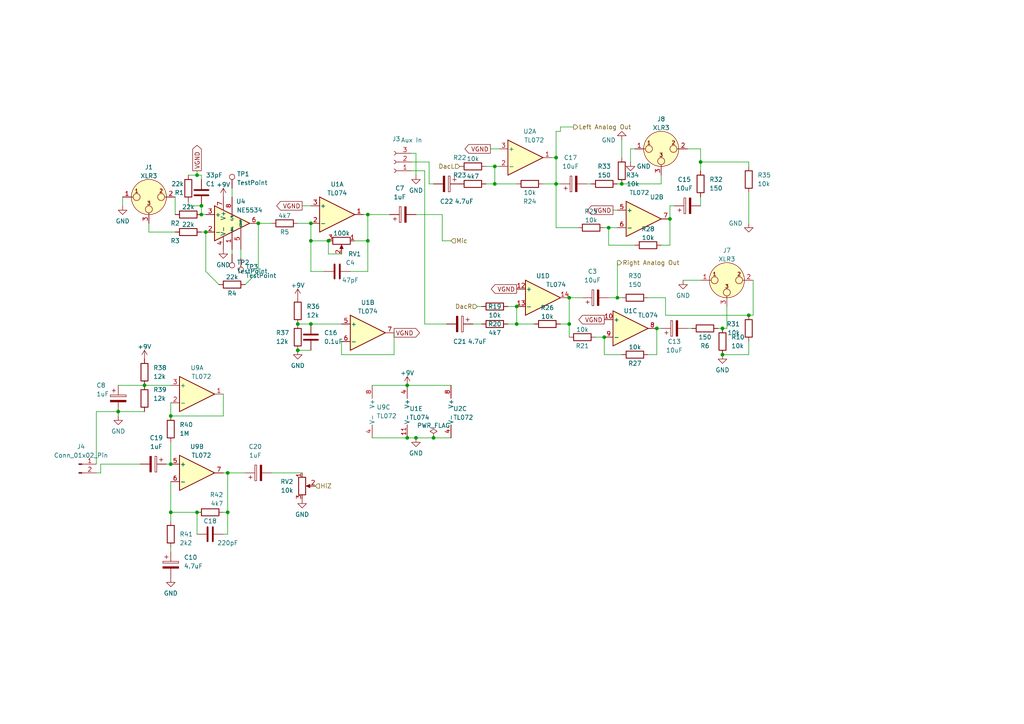
<source format=kicad_sch>
(kicad_sch (version 20230121) (generator eeschema)
  (paper "A4")
  (lib_symbols
    (symbol "Amplifier_Operational:NE5534" (pin_names (offset 0.127))
      (property "Reference" "U" (at 1.27 6.35 0))
      (property "Value" "NE5534" (at 1.27 3.81 0))
      (symbol "NE5534_0_1"
        (polyline (pts (xy -5.08 5.08) (xy 5.08 0) (xy -5.08 -5.08) (xy -5.08 5.08)) (stroke (width 0.254)) (fill (type background)))
      )
      (symbol "NE5534_1_1"
        (pin input line (at 0 -7.62 90) (length 5.08) (name "BAL") (number "1"))
        (pin input line (at -7.62 -2.54 0) (length 2.54) (name "-") (number "2"))
        (pin input line (at -7.62 2.54 0) (length 2.54) (name "+") (number "3"))
        (pin power_in line (at -2.54 -7.62 90) (length 3.81) (name "V-") (number "4"))
        (pin input line (at 2.54 -7.62 90) (length 6.35) (name "COMP") (number "5"))
        (pin output line (at 7.62 0 180) (length 2.54) (name "~") (number "6"))
        (pin power_in line (at -2.54 7.62 270) (length 3.81) (name "V+") (number "7"))
        (pin input line (at 0 7.62 270) (length 5.08) (name "C/B") (number "8"))
      )
    )
    (symbol "Amplifier_Operational:TL072" (pin_names (offset 0.127))
      (property "Reference" "U" (at 0 5.08 0))
      (property "Value" "TL072" (at 0 -5.08 0))
      (symbol "TL072_1_1"
        (polyline (pts (xy -5.08 5.08) (xy 5.08 0) (xy -5.08 -5.08) (xy -5.08 5.08)) (stroke (width 0.254)) (fill (type background)))
        (pin output line (at 7.62 0 180) (length 2.54) (name "~") (number "1"))
        (pin input line (at -7.62 -2.54 0) (length 2.54) (name "-") (number "2"))
        (pin input line (at -7.62 2.54 0) (length 2.54) (name "+") (number "3"))
      )
      (symbol "TL072_2_1"
        (polyline (pts (xy -5.08 5.08) (xy 5.08 0) (xy -5.08 -5.08) (xy -5.08 5.08)) (stroke (width 0.254)) (fill (type background)))
        (pin input line (at -7.62 2.54 0) (length 2.54) (name "+") (number "5"))
        (pin input line (at -7.62 -2.54 0) (length 2.54) (name "-") (number "6"))
        (pin output line (at 7.62 0 180) (length 2.54) (name "~") (number "7"))
      )
      (symbol "TL072_3_1"
        (pin power_in line (at -2.54 -7.62 90) (length 3.81) (name "V-") (number "4"))
        (pin power_in line (at -2.54 7.62 270) (length 3.81) (name "V+") (number "8"))
      )
    )
    (symbol "Amplifier_Operational:TL074" (pin_names (offset 0.127))
      (property "Reference" "U" (at 0 5.08 0))
      (property "Value" "TL074" (at 0 -5.08 0))
      (symbol "TL074_1_1"
        (polyline (pts (xy -5.08 5.08) (xy 5.08 0) (xy -5.08 -5.08) (xy -5.08 5.08)) (stroke (width 0.254)) (fill (type background)))
        (pin output line (at 7.62 0 180) (length 2.54) (name "~") (number "1"))
        (pin input line (at -7.62 -2.54 0) (length 2.54) (name "-") (number "2"))
        (pin input line (at -7.62 2.54 0) (length 2.54) (name "+") (number "3"))
      )
      (symbol "TL074_2_1"
        (polyline (pts (xy -5.08 5.08) (xy 5.08 0) (xy -5.08 -5.08) (xy -5.08 5.08)) (stroke (width 0.254)) (fill (type background)))
        (pin input line (at -7.62 2.54 0) (length 2.54) (name "+") (number "5"))
        (pin input line (at -7.62 -2.54 0) (length 2.54) (name "-") (number "6"))
        (pin output line (at 7.62 0 180) (length 2.54) (name "~") (number "7"))
      )
      (symbol "TL074_3_1"
        (polyline (pts (xy -5.08 5.08) (xy 5.08 0) (xy -5.08 -5.08) (xy -5.08 5.08)) (stroke (width 0.254)) (fill (type background)))
        (pin input line (at -7.62 2.54 0) (length 2.54) (name "+") (number "10"))
        (pin output line (at 7.62 0 180) (length 2.54) (name "~") (number "8"))
        (pin input line (at -7.62 -2.54 0) (length 2.54) (name "-") (number "9"))
      )
      (symbol "TL074_4_1"
        (polyline (pts (xy -5.08 5.08) (xy 5.08 0) (xy -5.08 -5.08) (xy -5.08 5.08)) (stroke (width 0.254)) (fill (type background)))
        (pin input line (at -7.62 2.54 0) (length 2.54) (name "+") (number "12"))
        (pin input line (at -7.62 -2.54 0) (length 2.54) (name "-") (number "13"))
        (pin output line (at 7.62 0 180) (length 2.54) (name "~") (number "14"))
      )
      (symbol "TL074_5_1"
        (pin power_in line (at -2.54 -7.62 90) (length 3.81) (name "V-") (number "11"))
        (pin power_in line (at -2.54 7.62 270) (length 3.81) (name "V+") (number "4"))
      )
    )
    (symbol "Connector:Conn_01x02_Pin" (pin_names (offset 1.016) hide)
      (property "Reference" "J" (at 0 2.54 0))
      (property "Value" "Conn_01x02_Pin" (at 0 -5.08 0))
      (symbol "Conn_01x02_Pin_1_1"
        (polyline (pts (xy 1.27 -2.54) (xy 0.8636 -2.54)) (stroke (width 0.1524)))
        (polyline (pts (xy 1.27 0) (xy 0.8636 0)) (stroke (width 0.1524)))
        (rectangle (start 0.8636 -2.413) (end 0 -2.667) (stroke (width 0.1524)) (fill (type outline)))
        (rectangle (start 0.8636 0.127) (end 0 -0.127) (stroke (width 0.1524)) (fill (type outline)))
        (pin passive line (at 5.08 0 180) (length 3.81) (name "Pin_1") (number "1"))
        (pin passive line (at 5.08 -2.54 180) (length 3.81) (name "Pin_2") (number "2"))
      )
    )
    (symbol "Connector:Conn_01x03_Female" (pin_names (offset 1.016) hide)
      (property "Reference" "J" (at 0 5.08 0))
      (property "Value" "Conn_01x03_Female" (at 0 -5.08 0))
      (symbol "Conn_01x03_Female_1_1"
        (arc (start 0 -2.032) (mid -0.5058 -2.54) (end 0 -3.048) (stroke (width 0.1524)))
        (polyline (pts (xy -1.27 -2.54) (xy -0.508 -2.54)) (stroke (width 0.1524)))
        (polyline (pts (xy -1.27 0) (xy -0.508 0)) (stroke (width 0.1524)))
        (polyline (pts (xy -1.27 2.54) (xy -0.508 2.54)) (stroke (width 0.1524)))
        (arc (start 0 0.508) (mid -0.5058 0) (end 0 -0.508) (stroke (width 0.1524)))
        (arc (start 0 3.048) (mid -0.5058 2.54) (end 0 2.032) (stroke (width 0.1524)))
        (pin passive line (at -5.08 2.54 0) (length 3.81) (name "Pin_1") (number "1"))
        (pin passive line (at -5.08 0 0) (length 3.81) (name "Pin_2") (number "2"))
        (pin passive line (at -5.08 -2.54 0) (length 3.81) (name "Pin_3") (number "3"))
      )
    )
    (symbol "Connector:TestPoint" (pin_numbers hide) (pin_names (offset 0.762) hide)
      (property "Reference" "TP" (at 0 6.858 0))
      (property "Value" "TestPoint" (at 0 5.08 0))
      (symbol "TestPoint_0_1"
        (circle (center 0 3.302) (radius 0.762))
      )
      (symbol "TestPoint_1_1"
        (pin passive line (at 0 0 90) (length 2.54) (name "1") (number "1"))
      )
    )
    (symbol "Connector:XLR3" (pin_names hide)
      (property "Reference" "J" (at 0 8.89 0))
      (property "Value" "XLR3" (at 0 6.35 0))
      (symbol "XLR3_0_1"
        (circle (center -3.556 0) (radius 1.016))
        (circle (center 0 -3.556) (radius 1.016))
        (polyline (pts (xy -5.08 0) (xy -4.572 0)))
        (polyline (pts (xy 0 -5.08) (xy 0 -4.572)))
        (polyline (pts (xy 5.08 0) (xy 4.572 0)))
        (circle (center 0 0) (radius 5.08) (fill (type background)))
        (circle (center 3.556 0) (radius 1.016))
        (text "1" (at -3.556 1.778 0) (effects (font (size 1.016 1.016) bold)))
        (text "2" (at 3.556 1.778 0) (effects (font (size 1.016 1.016) bold)))
        (text "3" (at 0 -1.778 0) (effects (font (size 1.016 1.016) bold)))
        (pin passive line (at -7.62 0 0) (length 2.54) (name "~") (number "1"))
        (pin passive line (at 7.62 0 180) (length 2.54) (name "~") (number "2"))
        (pin passive line (at 0 -7.62 90) (length 2.54) (name "~") (number "3"))
      )
    )
    (symbol "Device:C" (pin_numbers hide) (pin_names (offset 0.254))
      (property "Reference" "C" (at 0.635 2.54 0))
      (property "Value" "C" (at 0.635 -2.54 0))
      (symbol "C_0_1"
        (polyline (pts (xy -2.032 -0.762) (xy 2.032 -0.762)) (stroke (width 0.508)))
        (polyline (pts (xy -2.032 0.762) (xy 2.032 0.762)) (stroke (width 0.508)))
      )
      (symbol "C_1_1"
        (pin passive line (at 0 3.81 270) (length 2.794) (name "~") (number "1"))
        (pin passive line (at 0 -3.81 90) (length 2.794) (name "~") (number "2"))
      )
    )
    (symbol "Device:C_Polarized" (pin_numbers hide) (pin_names (offset 0.254))
      (property "Reference" "C" (at 0.635 2.54 0))
      (property "Value" "C_Polarized" (at 0.635 -2.54 0))
      (symbol "C_Polarized_0_1"
        (rectangle (start -2.286 0.508) (end 2.286 1.016))
        (polyline (pts (xy -1.778 2.286) (xy -0.762 2.286)))
        (polyline (pts (xy -1.27 2.794) (xy -1.27 1.778)))
        (rectangle (start 2.286 -0.508) (end -2.286 -1.016) (fill (type outline)))
      )
      (symbol "C_Polarized_1_1"
        (pin passive line (at 0 3.81 270) (length 2.794) (name "~") (number "1"))
        (pin passive line (at 0 -3.81 90) (length 2.794) (name "~") (number "2"))
      )
    )
    (symbol "Device:R" (pin_numbers hide) (pin_names (offset 0))
      (property "Reference" "R" (at 2.032 0 90))
      (property "Value" "R" (at 0 0 90))
      (symbol "R_0_1"
        (rectangle (start -1.016 -2.54) (end 1.016 2.54) (stroke (width 0.254)))
      )
      (symbol "R_1_1"
        (pin passive line (at 0 3.81 270) (length 1.27) (name "~") (number "1"))
        (pin passive line (at 0 -3.81 90) (length 1.27) (name "~") (number "2"))
      )
    )
    (symbol "Device:R_Potentiometer" (pin_names (offset 1.016) hide)
      (property "Reference" "RV" (at -4.445 0 90))
      (property "Value" "R_Potentiometer" (at -2.54 0 90))
      (symbol "R_Potentiometer_0_1"
        (polyline (pts (xy 2.54 0) (xy 1.524 0)))
        (polyline (pts (xy 1.143 0) (xy 2.286 0.508) (xy 2.286 -0.508) (xy 1.143 0)) (fill (type outline)))
        (rectangle (start 1.016 2.54) (end -1.016 -2.54) (stroke (width 0.254)))
      )
      (symbol "R_Potentiometer_1_1"
        (pin passive line (at 0 3.81 270) (length 1.27) (name "1") (number "1"))
        (pin passive line (at 3.81 0 180) (length 1.27) (name "2") (number "2"))
        (pin passive line (at 0 -3.81 90) (length 1.27) (name "3") (number "3"))
      )
    )
    (symbol "power:+9V" (power) (pin_names (offset 0))
      (property "Value" "+9V" (at 0 3.556 0))
      (symbol "+9V_0_1"
        (polyline (pts (xy -0.762 1.27) (xy 0 2.54)))
        (polyline (pts (xy 0 0) (xy 0 2.54)))
        (polyline (pts (xy 0 2.54) (xy 0.762 1.27)))
      )
      (symbol "+9V_1_1"
        (pin power_in line (at 0 0 90) (length 0) hide (name "+9V") (number "1"))
      )
    )
    (symbol "power:GND" (power) (pin_names (offset 0))
      (property "Value" "GND" (at 0 -3.81 0))
      (symbol "GND_0_1"
        (polyline (pts (xy 0 0) (xy 0 -1.27) (xy 1.27 -1.27) (xy 0 -2.54) (xy -1.27 -1.27) (xy 0 -1.27)))
      )
      (symbol "GND_1_1"
        (pin power_in line (at 0 0 270) (length 0) hide (name "GND") (number "1"))
      )
    )
    (symbol "power:PWR_FLAG" (power) (pin_numbers hide) (pin_names (offset 0) hide)
      (property "Value" "PWR_FLAG" (at 0 3.81 0))
      (symbol "PWR_FLAG_0_0"
        (pin power_out line (at 0 0 90) (length 0) (name "pwr") (number "1"))
      )
      (symbol "PWR_FLAG_0_1"
        (polyline (pts (xy 0 0) (xy 0 1.27) (xy -1.016 1.905) (xy 0 2.54) (xy 1.016 1.905) (xy 0 1.27)))
      )
    )
  )
  (junction (at 175.26 97.79))
  (junction (at 49.53 120.65))
  (junction (at 90.17 93.98))
  (junction (at 57.15 148.59))
  (junction (at 106.68 69.85))
  (junction (at 217.17 91.44))
  (junction (at 165.1 93.98))
  (junction (at 106.68 62.23))
  (junction (at 190.5 95.25))
  (junction (at 120.65 127))
  (junction (at 149.86 93.98))
  (junction (at 41.91 111.76))
  (junction (at 194.31 63.5))
  (junction (at 57.15 50.8))
  (junction (at 118.11 111.76))
  (junction (at 95.25 69.85))
  (junction (at 176.53 66.04))
  (junction (at 179.07 86.36))
  (junction (at 209.55 95.25))
  (junction (at 58.42 59.69))
  (junction (at 209.55 102.87))
  (junction (at 161.29 45.72))
  (junction (at 34.29 119.38))
  (junction (at 125.7548 127))
  (junction (at 143.51 53.34))
  (junction (at 118.11 127))
  (junction (at 149.86 88.9))
  (junction (at 58.42 62.23))
  (junction (at 161.29 53.34))
  (junction (at 203.2 46.99))
  (junction (at 66.04 148.59))
  (junction (at 143.51 48.26))
  (junction (at 74.93 64.77))
  (junction (at 165.1 86.36))
  (junction (at 90.17 69.85))
  (junction (at 86.36 101.6))
  (junction (at 90.17 64.77))
  (junction (at 49.53 134.62))
  (junction (at 86.36 93.98))
  (junction (at 180.34 53.34))
  (junction (at 49.53 148.59))
  (junction (at 59.69 67.31))
  (junction (at 66.04 137.16))
  (wire (pts (xy 137.16 93.98) (xy 139.7 93.98)))
  (wire (pts (xy 50.8 57.15) (xy 50.8 62.23)))
  (wire (pts (xy 123.19 93.98) (xy 129.54 93.98)))
  (wire (pts (xy 198.12 81.28) (xy 203.2 81.28)))
  (wire (pts (xy 66.04 148.59) (xy 66.04 137.16)))
  (wire (pts (xy 143.51 48.26) (xy 144.78 48.26)))
  (wire (pts (xy 203.2 57.15) (xy 203.2 59.69)))
  (wire (pts (xy 187.96 102.87) (xy 190.5 102.87)))
  (wire (pts (xy 161.29 45.72) (xy 161.29 38.1)))
  (wire (pts (xy 123.19 49.53) (xy 119.38 49.53)))
  (wire (pts (xy 86.36 64.77) (xy 90.17 64.77)))
  (wire (pts (xy 194.31 59.69) (xy 194.31 63.5)))
  (wire (pts (xy 128.27 62.23) (xy 128.27 69.85)))
  (wire (pts (xy 118.11 111.76) (xy 130.81 111.76)))
  (wire (pts (xy 86.36 101.6) (xy 90.17 101.6)))
  (wire (pts (xy 66.04 137.16) (xy 64.77 137.16)))
  (wire (pts (xy 217.17 46.99) (xy 203.2 46.99)))
  (wire (pts (xy 143.51 48.26) (xy 143.51 53.34)))
  (wire (pts (xy 67.31 54.61) (xy 67.31 57.15)))
  (wire (pts (xy 172.72 97.79) (xy 175.26 97.79)))
  (wire (pts (xy 193.04 91.44) (xy 217.17 91.44)))
  (wire (pts (xy 147.32 88.9) (xy 149.86 88.9)))
  (wire (pts (xy 67.31 72.39) (xy 67.31 73.66)))
  (wire (pts (xy 138.43 88.9) (xy 139.7 88.9)))
  (wire (pts (xy 27.94 119.38) (xy 34.29 119.38)))
  (wire (pts (xy 114.3 102.87) (xy 99.06 102.87)))
  (wire (pts (xy 120.65 62.23) (xy 128.27 62.23)))
  (wire (pts (xy 193.04 86.36) (xy 193.04 91.44)))
  (wire (pts (xy 57.15 148.59) (xy 57.15 154.94)))
  (wire (pts (xy 54.61 58.42) (xy 54.61 59.69)))
  (wire (pts (xy 90.17 78.74) (xy 90.17 69.85)))
  (wire (pts (xy 182.88 43.18) (xy 182.88 46.99)))
  (wire (pts (xy 49.53 128.27) (xy 49.53 134.62)))
  (wire (pts (xy 170.18 53.34) (xy 171.45 53.34)))
  (wire (pts (xy 57.15 50.8) (xy 58.42 50.8)))
  (wire (pts (xy 114.3 96.52) (xy 114.3 102.87)))
  (wire (pts (xy 217.17 55.88) (xy 217.17 64.77)))
  (wire (pts (xy 209.55 95.25) (xy 210.82 95.25)))
  (wire (pts (xy 74.93 64.77) (xy 74.93 78.74)))
  (wire (pts (xy 49.53 148.59) (xy 49.53 151.13)))
  (wire (pts (xy 140.97 53.34) (xy 143.51 53.34)))
  (wire (pts (xy 74.93 64.77) (xy 78.74 64.77)))
  (wire (pts (xy 43.18 67.31) (xy 50.8 67.31)))
  (wire (pts (xy 40.64 134.62) (xy 29.21 134.62)))
  (wire (pts (xy 124.46 53.34) (xy 124.46 46.99)))
  (wire (pts (xy 120.65 127) (xy 125.7548 127)))
  (wire (pts (xy 48.26 134.62) (xy 49.53 134.62)))
  (wire (pts (xy 157.48 53.34) (xy 161.29 53.34)))
  (wire (pts (xy 58.42 52.07) (xy 58.42 50.8)))
  (wire (pts (xy 165.1 86.36) (xy 168.91 86.36)))
  (wire (pts (xy 165.1 86.36) (xy 165.1 93.98)))
  (wire (pts (xy 119.38 46.99) (xy 124.46 46.99)))
  (wire (pts (xy 57.15 148.59) (xy 49.53 148.59)))
  (wire (pts (xy 29.21 134.62) (xy 29.21 137.16)))
  (wire (pts (xy 175.26 102.87) (xy 180.34 102.87)))
  (wire (pts (xy 149.86 88.9) (xy 149.86 93.98)))
  (wire (pts (xy 162.56 38.1) (xy 162.56 36.83)))
  (wire (pts (xy 190.5 102.87) (xy 190.5 95.25)))
  (wire (pts (xy 217.17 48.26) (xy 217.17 46.99)))
  (wire (pts (xy 54.61 59.69) (xy 58.42 59.69)))
  (wire (pts (xy 49.53 120.65) (xy 64.77 120.65)))
  (wire (pts (xy 143.51 53.34) (xy 149.86 53.34)))
  (wire (pts (xy 49.53 158.75) (xy 49.53 160.02)))
  (wire (pts (xy 175.26 66.04) (xy 176.53 66.04)))
  (wire (pts (xy 106.68 62.23) (xy 113.03 62.23)))
  (wire (pts (xy 90.17 93.98) (xy 99.06 93.98)))
  (wire (pts (xy 203.2 43.18) (xy 199.39 43.18)))
  (wire (pts (xy 29.21 137.16) (xy 27.94 137.16)))
  (wire (pts (xy 149.86 93.98) (xy 154.94 93.98)))
  (wire (pts (xy 203.2 43.18) (xy 203.2 46.99)))
  (wire (pts (xy 54.61 50.8) (xy 57.15 50.8)))
  (wire (pts (xy 161.29 45.72) (xy 161.29 53.34)))
  (wire (pts (xy 64.77 154.94) (xy 66.04 154.94)))
  (wire (pts (xy 107.95 111.76) (xy 118.11 111.76)))
  (wire (pts (xy 57.15 49.53) (xy 57.15 50.8)))
  (wire (pts (xy 161.29 38.1) (xy 162.56 38.1)))
  (wire (pts (xy 99.06 99.06) (xy 99.06 102.87)))
  (wire (pts (xy 90.17 69.85) (xy 90.17 64.77)))
  (wire (pts (xy 176.53 71.12) (xy 184.15 71.12)))
  (wire (pts (xy 107.95 127) (xy 118.11 127)))
  (wire (pts (xy 102.87 69.85) (xy 106.68 69.85)))
  (wire (pts (xy 43.18 64.77) (xy 43.18 67.31)))
  (wire (pts (xy 27.94 134.62) (xy 27.94 119.38)))
  (wire (pts (xy 120.65 50.8) (xy 120.65 44.45)))
  (wire (pts (xy 187.96 86.36) (xy 193.04 86.36)))
  (wire (pts (xy 160.02 45.72) (xy 161.29 45.72)))
  (wire (pts (xy 194.31 63.5) (xy 194.31 71.12)))
  (wire (pts (xy 49.53 116.84) (xy 49.53 120.65)))
  (wire (pts (xy 176.53 66.04) (xy 176.53 71.12)))
  (wire (pts (xy 120.65 44.45) (xy 119.38 44.45)))
  (wire (pts (xy 34.29 119.38) (xy 34.29 120.65)))
  (wire (pts (xy 179.07 53.34) (xy 180.34 53.34)))
  (wire (pts (xy 87.63 59.69) (xy 90.17 59.69)))
  (wire (pts (xy 190.5 95.25) (xy 191.77 95.25)))
  (wire (pts (xy 49.53 148.59) (xy 49.53 139.7)))
  (wire (pts (xy 162.56 36.83) (xy 166.37 36.83)))
  (wire (pts (xy 140.97 48.26) (xy 143.51 48.26)))
  (wire (pts (xy 64.77 148.59) (xy 66.04 148.59)))
  (wire (pts (xy 182.88 43.18) (xy 184.15 43.18)))
  (wire (pts (xy 195.58 59.69) (xy 194.31 59.69)))
  (wire (pts (xy 210.82 95.25) (xy 210.82 88.9)))
  (wire (pts (xy 58.42 59.69) (xy 58.42 62.23)))
  (wire (pts (xy 162.56 93.98) (xy 165.1 93.98)))
  (wire (pts (xy 34.29 111.76) (xy 41.91 111.76)))
  (wire (pts (xy 63.5 82.55) (xy 59.69 78.74)))
  (wire (pts (xy 191.77 53.34) (xy 191.77 50.8)))
  (wire (pts (xy 217.17 99.06) (xy 217.17 102.87)))
  (wire (pts (xy 161.29 66.04) (xy 167.64 66.04)))
  (wire (pts (xy 90.17 78.74) (xy 93.98 78.74)))
  (wire (pts (xy 118.11 127) (xy 120.65 127)))
  (wire (pts (xy 41.91 111.76) (xy 49.53 111.76)))
  (wire (pts (xy 161.29 53.34) (xy 161.29 66.04)))
  (wire (pts (xy 208.28 95.25) (xy 209.55 95.25)))
  (wire (pts (xy 58.42 67.31) (xy 59.69 67.31)))
  (wire (pts (xy 106.68 62.23) (xy 105.41 62.23)))
  (wire (pts (xy 176.53 86.36) (xy 179.07 86.36)))
  (wire (pts (xy 71.12 82.55) (xy 74.93 78.74)))
  (wire (pts (xy 95.25 69.85) (xy 90.17 69.85)))
  (wire (pts (xy 59.69 67.31) (xy 59.69 78.74)))
  (wire (pts (xy 124.46 53.34) (xy 125.73 53.34)))
  (wire (pts (xy 106.68 78.74) (xy 106.68 69.85)))
  (wire (pts (xy 180.34 40.64) (xy 180.34 45.72)))
  (wire (pts (xy 179.07 86.36) (xy 180.34 86.36)))
  (wire (pts (xy 125.7548 127) (xy 130.81 127)))
  (wire (pts (xy 203.2 46.99) (xy 203.2 49.53)))
  (wire (pts (xy 66.04 154.94) (xy 66.04 148.59)))
  (wire (pts (xy 217.17 91.44) (xy 218.44 91.44)))
  (wire (pts (xy 106.68 69.85) (xy 106.68 62.23)))
  (wire (pts (xy 58.42 62.23) (xy 59.69 62.23)))
  (wire (pts (xy 123.19 49.53) (xy 123.19 93.98)))
  (wire (pts (xy 64.77 120.65) (xy 64.77 114.3)))
  (wire (pts (xy 71.12 137.16) (xy 66.04 137.16)))
  (wire (pts (xy 101.6 78.74) (xy 106.68 78.74)))
  (wire (pts (xy 179.07 66.04) (xy 176.53 66.04)))
  (wire (pts (xy 69.85 72.39) (xy 69.85 74.93)))
  (wire (pts (xy 179.07 76.2) (xy 179.07 86.36)))
  (wire (pts (xy 35.56 57.15) (xy 35.56 59.69)))
  (wire (pts (xy 86.36 93.98) (xy 90.17 93.98)))
  (wire (pts (xy 147.32 93.98) (xy 149.86 93.98)))
  (wire (pts (xy 217.17 102.87) (xy 209.55 102.87)))
  (wire (pts (xy 165.1 97.79) (xy 165.1 93.98)))
  (wire (pts (xy 87.63 137.16) (xy 78.74 137.16)))
  (wire (pts (xy 34.29 119.38) (xy 41.91 119.38)))
  (wire (pts (xy 180.34 53.34) (xy 191.77 53.34)))
  (wire (pts (xy 199.39 95.25) (xy 200.66 95.25)))
  (wire (pts (xy 95.25 73.66) (xy 95.25 69.85)))
  (wire (pts (xy 218.44 91.44) (xy 218.44 81.28)))
  (wire (pts (xy 177.8 60.96) (xy 179.07 60.96)))
  (wire (pts (xy 175.26 97.79) (xy 175.26 102.87)))
  (wire (pts (xy 194.31 71.12) (xy 191.77 71.12)))
  (wire (pts (xy 161.29 53.34) (xy 162.56 53.34)))
  (wire (pts (xy 99.06 73.66) (xy 95.25 73.66)))
  (wire (pts (xy 128.27 69.85) (xy 130.81 69.85)))
  (wire (pts (xy 142.24 43.18) (xy 144.78 43.18)))
  (global_label "VGND" (shape output) (at 57.15 49.53 90) (property "Intersheetrefs" "${INTERSHEET_REFS}" (effects hide)))
  (global_label "VGND" (shape output) (at 87.63 59.69 180) (property "Intersheetrefs" "${INTERSHEET_REFS}" (effects hide)))
  (global_label "VGND" (shape output) (at 114.3 96.52 0) (property "Intersheetrefs" "${INTERSHEET_REFS}" (effects hide)))
  (global_label "VGND" (shape output) (at 149.86 83.82 180) (property "Intersheetrefs" "${INTERSHEET_REFS}" (effects hide)))
  (global_label "VGND" (shape output) (at 175.26 92.71 180) (property "Intersheetrefs" "${INTERSHEET_REFS}" (effects hide)))
  (global_label "VGND" (shape output) (at 177.8 60.96 180) (property "Intersheetrefs" "${INTERSHEET_REFS}" (effects hide)))
  (global_label "VGND" (shape output) (at 142.24 43.18 180) (property "Intersheetrefs" "${INTERSHEET_REFS}" (effects hide)))
  (hierarchical_label "DacR" (shape input) (at 138.43 88.9 180))
  (hierarchical_label "Mic" (shape input) (at 130.81 69.85 0))
  (hierarchical_label "DacL" (shape input) (at 133.35 48.26 180))
  (hierarchical_label "Right Analog Out" (shape output) (at 179.07 76.2 0))
  (hierarchical_label "Left Analog Out" (shape output) (at 166.37 36.83 0))
  (hierarchical_label "HiZ" (shape input) (at 91.44 140.97 0))
  (symbol (lib_id "Device:R") (at 184.15 102.87 90) (unit 1)
    (property "Reference" "R27" (at 184.15 105.41 90))
    (property "Value" "10k" (at 184.15 100.6911 90))
    (property "Footprint" "Resistor_SMD:R_0603_1608Metric_Pad0.98x0.95mm_HandSolder" (effects hide))
  )
  (symbol (lib_id "Amplifier_Operational:NE5534") (at 67.31 64.77 0) (unit 1)
    (property "Reference" "U4" (at 69.85 58.42 0))
    (property "Value" "NE5534" (at 72.39 60.96 0))
    (property "Footprint" "Package_SO:SOIC-8_3.9x4.9mm_P1.27mm" (effects hide))
    (property "Datasheet" "http://www.ti.com/lit/ds/symlink/ne5534.pdf" (effects hide))
  )
  (symbol (lib_id "power:+9V") (at 118.11 111.76 0) (unit 1)
    (property "Reference" "#PWR02" (effects hide))
    (property "Value" "+9V" (at 118.11 108.1842 0))
  )
  (symbol (lib_id "power:GND") (at 34.29 120.65 0) (unit 1)
    (property "Reference" "#PWR0104" (effects hide))
    (property "Value" "GND" (at 34.29 125.0934 0))
    (instances (project "mic_extension_board" (path "" (reference "#PWR0104") (unit 1)) (path "" (reference "#PWR013") (unit 1))))
  )
  (symbol (lib_id "Device:R") (at 143.51 93.98 90) (unit 1)
    (property "Reference" "R20" (at 143.51 93.98 90))
    (property "Value" "4k7" (at 143.51 96.52 90))
    (property "Footprint" "Resistor_SMD:R_0603_1608Metric_Pad0.98x0.95mm_HandSolder" (effects hide))
  )
  (symbol (lib_id "Device:C") (at 90.17 97.79 0) (unit 1)
    (property "Reference" "C16" (at 93.98 96.52 0) (effects (justify left)))
    (property "Value" "0.1uF" (at 93.98 99.06 0) (effects (justify left)))
    (property "Footprint" "Capacitor_SMD:C_1210_3225Metric_Pad1.33x2.70mm_HandSolder" (effects hide))
  )
  (symbol (lib_id "Device:C_Polarized") (at 195.58 95.25 90) (unit 1)
    (property "Reference" "C13" (at 195.58 99.06 90))
    (property "Value" "10uF" (at 195.58 101.6 90))
    (property "Footprint" "Capacitor_SMD:CP_Elec_4x4.5" (effects hide))
  )
  (symbol (lib_id "power:GND") (at 198.12 81.28 0) (unit 1)
    (property "Reference" "#PWR0108" (effects hide))
    (property "Value" "GND" (at 198.12 85.7234 0))
    (instances (project "mic_extension_board" (path "" (reference "#PWR0108") (unit 1)) (path "" (reference "#PWR025") (unit 1))))
  )
  (symbol (lib_id "Connector:TestPoint") (at 67.31 73.66 180) (unit 1)
    (property "Reference" "TP2" (at 68.707 76.1273 0) (effects (justify right)))
    (property "Value" "TestPoint" (at 68.707 78.6642 0) (effects (justify right)))
    (property "Footprint" "TestPoint:TestPoint_Pad_D1.5mm" (effects hide))
  )
  (symbol (lib_id "Device:R") (at 54.61 62.23 90) (unit 1)
    (property "Reference" "R2" (at 50.8 64.77 90))
    (property "Value" "22k" (at 54.61 60.0511 90))
    (property "Footprint" "Resistor_SMD:R_0603_1608Metric_Pad0.98x0.95mm_HandSolder" (effects hide))
  )
  (symbol (lib_id "Connector:XLR3") (at 43.18 57.15 0) (unit 1)
    (property "Reference" "J1" (at 43.18 48.4972 0))
    (property "Value" "XLR3" (at 43.18 51.0341 0))
    (property "Footprint" "Connector_PinHeader_2.54mm:PinHeader_1x03_P2.54mm_Vertical" (effects hide))
    (property "Datasheet" " ~" (effects hide))
  )
  (symbol (lib_id "power:GND") (at 64.77 72.39 0) (unit 1)
    (property "Reference" "#PWR01" (effects hide))
    (property "Value" "GND" (at 64.77 76.8334 0))
    (instances (project "mic_extension_board" (path "" (reference "#PWR01") (unit 1)) (path "" (reference "#PWR012") (unit 1))))
  )
  (symbol (lib_id "Connector:XLR3") (at 191.77 43.18 0) (unit 1)
    (property "Reference" "J8" (at 191.77 34.5272 0))
    (property "Value" "XLR3" (at 191.77 37.0641 0))
    (property "Footprint" "Connector_PinHeader_2.54mm:PinHeader_1x03_P2.54mm_Vertical" (effects hide))
    (property "Datasheet" " ~" (effects hide))
  )
  (symbol (lib_id "Amplifier_Operational:TL072") (at 110.49 119.38 0) (unit 3)
    (property "Reference" "U9" (at 109.22 118.11 0) (effects (justify left)))
    (property "Value" "TL072" (at 109.22 120.65 0) (effects (justify left)))
    (property "Footprint" "Package_SO:SOIC-8_3.9x4.9mm_P1.27mm" (effects hide))
    (property "Datasheet" "http://www.ti.com/lit/ds/symlink/tl071.pdf" (effects hide))
  )
  (symbol (lib_id "Device:C_Polarized") (at 133.35 93.98 270) (unit 1)
    (property "Reference" "C21" (at 133.35 99.06 90))
    (property "Value" "4.7uF" (at 138.43 99.06 90))
    (property "Footprint" "Capacitor_SMD:CP_Elec_4x4.5" (effects hide))
  )
  (symbol (lib_id "Device:R") (at 67.31 82.55 90) (unit 1)
    (property "Reference" "R4" (at 67.31 85.09 90))
    (property "Value" "22k" (at 67.31 80.3711 90))
    (property "Footprint" "Resistor_SMD:R_0603_1608Metric_Pad0.98x0.95mm_HandSolder" (effects hide))
  )
  (symbol (lib_id "Device:R") (at 209.55 99.06 0) (unit 1)
    (property "Reference" "R10" (at 212.09 97.79 0) (effects (justify left)))
    (property "Value" "10k" (at 212.09 100.33 0) (effects (justify left)))
    (property "Footprint" "Resistor_SMD:R_0603_1608Metric_Pad0.98x0.95mm_HandSolder" (effects hide))
  )
  (symbol (lib_id "Device:C_Polarized") (at 116.84 62.23 90) (unit 1)
    (property "Reference" "C7" (at 115.951 54.61 90))
    (property "Value" "1uF" (at 115.951 57.15 90))
    (property "Footprint" "Capacitor_SMD:CP_Elec_4x4.5" (effects hide))
  )
  (symbol (lib_id "power:GND") (at 182.88 46.99 0) (unit 1)
    (property "Reference" "#PWR0109" (effects hide))
    (property "Value" "GND" (at 186.69 48.26 0))
    (instances (project "mic_extension_board" (path "" (reference "#PWR0109") (unit 1)) (path "" (reference "#PWR022") (unit 1))))
  )
  (symbol (lib_id "Amplifier_Operational:TL072") (at 152.4 45.72 0) (unit 1)
    (property "Reference" "U2" (at 153.67 38.1 0))
    (property "Value" "TL072" (at 154.94 40.64 0))
    (property "Footprint" "Package_SO:SOIC-8_3.9x4.9mm_P1.27mm" (effects hide))
    (property "Datasheet" "http://www.ti.com/lit/ds/symlink/tl071.pdf" (effects hide))
  )
  (symbol (lib_id "Amplifier_Operational:TL072") (at 57.15 137.16 0) (unit 2)
    (property "Reference" "U9" (at 57.15 129.54 0))
    (property "Value" "TL072" (at 58.42 132.08 0))
    (property "Footprint" "Package_SO:SOIC-8_3.9x4.9mm_P1.27mm" (effects hide))
    (property "Datasheet" "http://www.ti.com/lit/ds/symlink/tl071.pdf" (effects hide))
  )
  (symbol (lib_id "power:+9V") (at 41.91 104.14 0) (unit 1)
    (property "Reference" "#PWR02" (effects hide))
    (property "Value" "+9V" (at 41.91 100.5642 0))
    (instances (project "mic_extension_board" (path "" (reference "#PWR02") (unit 1)) (path "" (reference "#PWR019") (unit 1))))
  )
  (symbol (lib_id "power:GND") (at 217.17 64.77 0) (unit 1)
    (property "Reference" "#PWR0107" (effects hide))
    (property "Value" "GND" (at 213.36 64.77 0))
    (instances (project "mic_extension_board" (path "" (reference "#PWR0107") (unit 1)) (path "" (reference "#PWR028") (unit 1))))
  )
  (symbol (lib_id "power:GND") (at 86.36 101.6 0) (unit 1)
    (property "Reference" "#PWR0104" (effects hide))
    (property "Value" "GND" (at 86.36 106.0434 0))
    (instances (project "mic_extension_board" (path "" (reference "#PWR0104") (unit 1)) (path "" (reference "#PWR014") (unit 1))))
  )
  (symbol (lib_id "Device:R") (at 137.16 48.26 90) (unit 1)
    (property "Reference" "R22" (at 133.35 45.72 90))
    (property "Value" "10k" (at 137.16 46.0811 90))
    (property "Footprint" "Resistor_SMD:R_0603_1608Metric_Pad0.98x0.95mm_HandSolder" (effects hide))
  )
  (symbol (lib_id "Device:R") (at 82.55 64.77 270) (unit 1)
    (property "Reference" "R5" (at 82.55 67.31 90))
    (property "Value" "4k7" (at 82.55 62.5911 90))
    (property "Footprint" "Resistor_SMD:R_0603_1608Metric_Pad0.98x0.95mm_HandSolder" (effects hide))
  )
  (symbol (lib_id "Amplifier_Operational:TL072") (at 57.15 114.3 0) (unit 1)
    (property "Reference" "U9" (at 57.15 106.68 0))
    (property "Value" "TL072" (at 58.42 109.22 0))
    (property "Footprint" "Package_SO:SOIC-8_3.9x4.9mm_P1.27mm" (effects hide))
    (property "Datasheet" "http://www.ti.com/lit/ds/symlink/tl071.pdf" (effects hide))
  )
  (symbol (lib_id "Device:R") (at 217.17 52.07 0) (unit 1)
    (property "Reference" "R35" (at 219.71 50.8 0) (effects (justify left)))
    (property "Value" "10k" (at 219.71 53.34 0) (effects (justify left)))
    (property "Footprint" "Resistor_SMD:R_0603_1608Metric_Pad0.98x0.95mm_HandSolder" (effects hide))
  )
  (symbol (lib_id "Device:R_Potentiometer") (at 87.63 140.97 0) (unit 1)
    (property "Reference" "RV2" (at 85.09 139.7 0) (effects (justify right)))
    (property "Value" "10k" (at 85.09 142.24 0) (effects (justify right)))
    (property "Footprint" "Connector_PinHeader_2.54mm:PinHeader_1x03_P2.54mm_Vertical" (effects hide))
  )
  (symbol (lib_id "Device:R") (at 203.2 53.34 0) (unit 1)
    (property "Reference" "R32" (at 205.74 52.07 0) (effects (justify left)))
    (property "Value" "150" (at 205.74 54.61 0) (effects (justify left)))
    (property "Footprint" "Resistor_SMD:R_0603_1608Metric_Pad0.98x0.95mm_HandSolder" (effects hide))
  )
  (symbol (lib_id "Device:R") (at 41.91 107.95 0) (unit 1)
    (property "Reference" "R38" (at 44.45 106.68 0) (effects (justify left)))
    (property "Value" "12k" (at 44.45 109.22 0) (effects (justify left)))
    (property "Footprint" "Resistor_SMD:R_0603_1608Metric_Pad0.98x0.95mm_HandSolder" (effects hide))
  )
  (symbol (lib_id "Device:R") (at 49.53 154.94 0) (unit 1)
    (property "Reference" "R41" (at 52.07 154.94 0) (effects (justify left)))
    (property "Value" "2k2" (at 52.07 157.48 0) (effects (justify left)))
    (property "Footprint" "Resistor_SMD:R_0603_1608Metric_Pad0.98x0.95mm_HandSolder" (effects hide))
  )
  (symbol (lib_id "Connector:TestPoint") (at 67.31 54.61 0) (unit 1)
    (property "Reference" "TP1" (at 68.707 50.4733 0) (effects (justify left)))
    (property "Value" "TestPoint" (at 68.707 53.0102 0) (effects (justify left)))
    (property "Footprint" "TestPoint:TestPoint_Pad_D1.5mm" (effects hide))
  )
  (symbol (lib_id "Device:C_Polarized") (at 49.53 163.83 0) (unit 1)
    (property "Reference" "C10" (at 53.34 161.671 0) (effects (justify left)))
    (property "Value" "4.7uF" (at 53.34 164.211 0) (effects (justify left)))
    (property "Footprint" "Capacitor_SMD:CP_Elec_4x4.5" (effects hide))
  )
  (symbol (lib_id "Device:R") (at 49.53 124.46 0) (unit 1)
    (property "Reference" "R40" (at 52.07 123.19 0) (effects (justify left)))
    (property "Value" "1M" (at 52.07 125.73 0) (effects (justify left)))
    (property "Footprint" "Resistor_SMD:R_0603_1608Metric_Pad0.98x0.95mm_HandSolder" (effects hide))
  )
  (symbol (lib_id "Device:R") (at 204.47 95.25 270) (unit 1)
    (property "Reference" "R6" (at 204.47 100.33 90))
    (property "Value" "150" (at 204.47 97.79 90))
    (property "Footprint" "Resistor_SMD:R_0603_1608Metric_Pad0.98x0.95mm_HandSolder" (effects hide))
  )
  (symbol (lib_id "Device:R") (at 86.36 90.17 0) (unit 1)
    (property "Reference" "R36" (at 88.9 88.9 0) (effects (justify left)))
    (property "Value" "12k" (at 88.9 91.44 0) (effects (justify left)))
    (property "Footprint" "Resistor_SMD:R_0603_1608Metric_Pad0.98x0.95mm_HandSolder" (effects hide))
  )
  (symbol (lib_id "Device:R") (at 217.17 95.25 0) (mirror y) (unit 1)
    (property "Reference" "R31" (at 214.63 93.98 0) (effects (justify left)))
    (property "Value" "10k" (at 214.63 96.52 0) (effects (justify left)))
    (property "Footprint" "Resistor_SMD:R_0603_1608Metric_Pad0.98x0.95mm_HandSolder" (effects hide))
  )
  (symbol (lib_id "Amplifier_Operational:TL072") (at 186.69 63.5 0) (unit 2)
    (property "Reference" "U2" (at 190.5 57.1531 0))
    (property "Value" "TL072" (at 185.42 55.88 0))
    (property "Footprint" "Package_SO:SOIC-8_3.9x4.9mm_P1.27mm" (effects hide))
    (property "Datasheet" "http://www.ti.com/lit/ds/symlink/tl071.pdf" (effects hide))
  )
  (symbol (lib_id "Device:C") (at 97.79 78.74 90) (unit 1)
    (property "Reference" "C4" (at 101.6 76.2 90))
    (property "Value" "47pF" (at 101.6 81.28 90))
    (property "Footprint" "Capacitor_SMD:C_0603_1608Metric_Pad1.08x0.95mm_HandSolder" (effects hide))
  )
  (symbol (lib_id "Amplifier_Operational:TL074") (at 106.68 96.52 0) (unit 2)
    (property "Reference" "U1" (at 106.68 87.7402 0))
    (property "Value" "TL074" (at 106.68 90.2771 0))
    (property "Footprint" "Package_SO:SOIC-14_3.9x8.7mm_P1.27mm" (effects hide))
    (property "Datasheet" "http://www.ti.com/lit/ds/symlink/tl071.pdf" (effects hide))
  )
  (symbol (lib_id "Amplifier_Operational:TL074") (at 182.88 95.25 0) (unit 3)
    (property "Reference" "U1" (at 182.88 90.17 0))
    (property "Value" "TL074" (at 187.96 91.44 0))
    (property "Footprint" "Package_SO:SOIC-14_3.9x8.7mm_P1.27mm" (effects hide))
    (property "Datasheet" "http://www.ti.com/lit/ds/symlink/tl071.pdf" (effects hide))
  )
  (symbol (lib_id "power:GND") (at 87.63 144.78 0) (unit 1)
    (property "Reference" "#PWR0104" (effects hide))
    (property "Value" "GND" (at 87.63 149.2234 0))
    (instances (project "mic_extension_board" (path "" (reference "#PWR0104") (unit 1)) (path "" (reference "#PWR021") (unit 1))))
  )
  (symbol (lib_id "Device:C_Polarized") (at 129.54 53.34 270) (unit 1)
    (property "Reference" "C22" (at 129.54 58.42 90))
    (property "Value" "4.7uF" (at 134.62 58.42 90))
    (property "Footprint" "Capacitor_SMD:CP_Elec_4x4.5" (effects hide))
  )
  (symbol (lib_id "Device:R") (at 184.15 86.36 90) (unit 1)
    (property "Reference" "R30" (at 184.15 80.01 90))
    (property "Value" "150" (at 184.15 82.55 90))
    (property "Footprint" "Resistor_SMD:R_0603_1608Metric_Pad0.98x0.95mm_HandSolder" (effects hide))
  )
  (symbol (lib_id "Device:R") (at 180.34 49.53 180) (unit 1)
    (property "Reference" "R34" (at 185.42 50.8 0) (effects (justify left)))
    (property "Value" "10k" (at 185.42 53.34 0) (effects (justify left)))
    (property "Footprint" "Resistor_SMD:R_0603_1608Metric_Pad0.98x0.95mm_HandSolder" (effects hide))
  )
  (symbol (lib_id "Connector:XLR3") (at 210.82 81.28 0) (unit 1)
    (property "Reference" "J7" (at 210.82 72.6272 0))
    (property "Value" "XLR3" (at 210.82 75.1641 0))
    (property "Footprint" "Connector_PinHeader_2.54mm:PinHeader_1x03_P2.54mm_Vertical" (effects hide))
    (property "Datasheet" " ~" (effects hide))
  )
  (symbol (lib_id "Device:C_Polarized") (at 172.72 86.36 90) (unit 1)
    (property "Reference" "C3" (at 171.831 78.74 90))
    (property "Value" "10uF" (at 171.831 81.28 90))
    (property "Footprint" "Capacitor_SMD:CP_Elec_4x4.5" (effects hide))
  )
  (symbol (lib_id "Device:C") (at 58.42 55.88 0) (unit 1)
    (property "Reference" "C1" (at 59.69 53.34 0) (effects (justify left)))
    (property "Value" "33pF" (at 59.69 50.8 0) (effects (justify left)))
    (property "Footprint" "Capacitor_SMD:C_0603_1608Metric_Pad1.08x0.95mm_HandSolder" (effects hide))
  )
  (symbol (lib_id "Device:C_Polarized") (at 74.93 137.16 90) (unit 1)
    (property "Reference" "C20" (at 74.041 129.54 90))
    (property "Value" "1uF" (at 74.041 132.08 90))
    (property "Footprint" "Capacitor_SMD:CP_Elec_4x4.5" (effects hide))
  )
  (symbol (lib_id "Device:C_Polarized") (at 34.29 115.57 0) (unit 1)
    (property "Reference" "C8" (at 27.94 111.76 0) (effects (justify left)))
    (property "Value" "1uF" (at 27.94 114.3 0) (effects (justify left)))
    (property "Footprint" "Capacitor_SMD:CP_Elec_4x4.5" (effects hide))
  )
  (symbol (lib_id "Amplifier_Operational:TL074") (at 120.65 119.38 0) (unit 5)
    (property "Reference" "U1" (at 118.745 118.5453 0) (effects (justify left)))
    (property "Value" "TL074" (at 118.745 121.0822 0) (effects (justify left)))
    (property "Footprint" "Package_SO:SOIC-14_3.9x8.7mm_P1.27mm" (effects hide))
    (property "Datasheet" "http://www.ti.com/lit/ds/symlink/tl071.pdf" (effects hide))
  )
  (symbol (lib_id "power:+9V") (at 64.77 57.15 0) (unit 1)
    (property "Reference" "#PWR06" (effects hide))
    (property "Value" "+9V" (at 64.77 53.5742 0))
    (instances (project "mic_extension_board" (path "" (reference "#PWR06") (unit 1)) (path "" (reference "#PWR011") (unit 1))))
  )
  (symbol (lib_id "power:GND") (at 35.56 59.69 0) (unit 1)
    (property "Reference" "#PWR01" (effects hide))
    (property "Value" "GND" (at 35.56 64.1334 0))
  )
  (symbol (lib_id "Device:R") (at 60.96 148.59 90) (unit 1)
    (property "Reference" "R42" (at 64.77 143.51 90) (effects (justify left)))
    (property "Value" "4k7" (at 64.77 146.05 90) (effects (justify left)))
    (property "Footprint" "Resistor_SMD:R_0603_1608Metric_Pad0.98x0.95mm_HandSolder" (effects hide))
  )
  (symbol (lib_id "Device:C_Polarized") (at 44.45 134.62 270) (unit 1)
    (property "Reference" "C19" (at 45.339 127 90))
    (property "Value" "1uF" (at 45.339 129.54 90))
    (property "Footprint" "Capacitor_SMD:CP_Elec_4x4.5" (effects hide))
  )
  (symbol (lib_id "power:GND") (at 120.65 50.8 0) (unit 1)
    (property "Reference" "#PWR015" (effects hide))
    (property "Value" "GND" (at 120.65 55.2434 0))
  )
  (symbol (lib_id "Amplifier_Operational:TL072") (at 133.35 119.38 0) (unit 3)
    (property "Reference" "U2" (at 131.445 118.5453 0) (effects (justify left)))
    (property "Value" "TL072" (at 131.445 121.0822 0) (effects (justify left)))
    (property "Footprint" "Package_SO:SOIC-8_3.9x4.9mm_P1.27mm" (effects hide))
    (property "Datasheet" "http://www.ti.com/lit/ds/symlink/tl071.pdf" (effects hide))
  )
  (symbol (lib_id "power:PWR_FLAG") (at 125.7548 127 0) (unit 1)
    (property "Reference" "#FLG0102" (effects hide))
    (property "Value" "PWR_FLAG" (at 125.7548 123.4242 0))
    (instances (project "mic_extension_board" (path "" (reference "#FLG0102") (unit 1)) (path "" (reference "#FLG01") (unit 1))))
  )
  (symbol (lib_id "Device:C") (at 60.96 154.94 90) (unit 1)
    (property "Reference" "C18" (at 60.96 151.13 90))
    (property "Value" "220pF" (at 66.04 157.48 90))
    (property "Footprint" "Capacitor_SMD:C_0603_1608Metric_Pad1.08x0.95mm_HandSolder" (effects hide))
  )
  (symbol (lib_id "Device:C_Polarized") (at 199.39 59.69 90) (unit 1)
    (property "Reference" "C15" (at 198.501 52.07 90))
    (property "Value" "10uF" (at 198.501 54.61 90))
    (property "Footprint" "Capacitor_SMD:CP_Elec_4x4.5" (effects hide))
  )
  (symbol (lib_id "Device:R") (at 175.26 53.34 90) (unit 1)
    (property "Reference" "R33" (at 175.26 48.26 90))
    (property "Value" "150" (at 175.26 50.8 90))
    (property "Footprint" "Resistor_SMD:R_0603_1608Metric_Pad0.98x0.95mm_HandSolder" (effects hide))
  )
  (symbol (lib_id "Device:C_Polarized") (at 166.37 53.34 90) (unit 1)
    (property "Reference" "C17" (at 165.481 45.72 90))
    (property "Value" "10uF" (at 165.481 48.26 90))
    (property "Footprint" "Capacitor_SMD:CP_Elec_4x4.5" (effects hide))
  )
  (symbol (lib_id "power:GND") (at 180.34 40.64 180) (unit 1)
    (property "Reference" "#PWR0107" (effects hide))
    (property "Value" "GND" (at 176.53 40.64 0))
    (instances (project "mic_extension_board" (path "" (reference "#PWR0107") (unit 1)) (path "" (reference "#PWR023") (unit 1))))
  )
  (symbol (lib_id "Device:R") (at 171.45 66.04 90) (unit 1)
    (property "Reference" "R25" (at 171.45 61.3242 90))
    (property "Value" "10k" (at 171.45 63.8611 90))
    (property "Footprint" "Resistor_SMD:R_0603_1608Metric_Pad0.98x0.95mm_HandSolder" (effects hide))
  )
  (symbol (lib_id "Device:R") (at 143.51 88.9 90) (unit 1)
    (property "Reference" "R19" (at 143.51 88.9 90))
    (property "Value" "10k" (at 143.51 91.44 90))
    (property "Footprint" "Resistor_SMD:R_0603_1608Metric_Pad0.98x0.95mm_HandSolder" (effects hide))
  )
  (symbol (lib_id "Device:R") (at 41.91 115.57 0) (unit 1)
    (property "Reference" "R39" (at 44.45 113.03 0) (effects (justify left)))
    (property "Value" "12k" (at 44.45 115.57 0) (effects (justify left)))
    (property "Footprint" "Resistor_SMD:R_0603_1608Metric_Pad0.98x0.95mm_HandSolder" (effects hide))
  )
  (symbol (lib_id "Device:R") (at 54.61 54.61 0) (unit 1)
    (property "Reference" "R1" (at 53.34 55.88 0) (effects (justify right)))
    (property "Value" "22k" (at 53.34 53.34 0) (effects (justify right)))
    (property "Footprint" "Resistor_SMD:R_0603_1608Metric_Pad0.98x0.95mm_HandSolder" (effects hide))
  )
  (symbol (lib_id "Device:R") (at 137.16 53.34 90) (unit 1)
    (property "Reference" "R23" (at 133.35 50.8 90))
    (property "Value" "4k7" (at 137.16 51.1611 90))
    (property "Footprint" "Resistor_SMD:R_0603_1608Metric_Pad0.98x0.95mm_HandSolder" (effects hide))
  )
  (symbol (lib_id "Device:R_Potentiometer") (at 99.06 69.85 270) (unit 1)
    (property "Reference" "RV1" (at 102.87 73.66 90))
    (property "Value" "100k" (at 99.06 67.6711 90))
    (property "Footprint" "Connector_PinHeader_2.54mm:PinHeader_1x03_P2.54mm_Vertical" (effects hide))
  )
  (symbol (lib_id "Amplifier_Operational:TL074") (at 97.79 62.23 0) (unit 1)
    (property "Reference" "U1" (at 97.79 53.4502 0))
    (property "Value" "TL074" (at 97.79 55.9871 0))
    (property "Footprint" "Package_SO:SOIC-14_3.9x8.7mm_P1.27mm" (effects hide))
    (property "Datasheet" "http://www.ti.com/lit/ds/symlink/tl071.pdf" (effects hide))
  )
  (symbol (lib_id "Device:R") (at 158.75 93.98 90) (unit 1)
    (property "Reference" "R26" (at 158.75 89.2642 90))
    (property "Value" "10k" (at 158.75 91.8011 90))
    (property "Footprint" "Resistor_SMD:R_0603_1608Metric_Pad0.98x0.95mm_HandSolder" (effects hide))
  )
  (symbol (lib_id "Amplifier_Operational:TL074") (at 157.48 86.36 0) (unit 4)
    (property "Reference" "U1" (at 157.48 80.01 0))
    (property "Value" "TL074" (at 161.29 82.55 0))
    (property "Footprint" "Package_SO:SOIC-14_3.9x8.7mm_P1.27mm" (effects hide))
    (property "Datasheet" "http://www.ti.com/lit/ds/symlink/tl071.pdf" (effects hide))
  )
  (symbol (lib_id "power:GND") (at 209.55 102.87 0) (unit 1)
    (property "Reference" "#PWR017" (effects hide))
    (property "Value" "GND" (at 209.55 107.3134 0))
    (instances (project "mic_extension_board" (path "" (reference "#PWR017") (unit 1)) (path "" (reference "#PWR027") (unit 1))))
  )
  (symbol (lib_id "Device:R") (at 153.67 53.34 90) (unit 1)
    (property "Reference" "R24" (at 153.67 58.42 90))
    (property "Value" "10k" (at 153.67 55.88 90))
    (property "Footprint" "Resistor_SMD:R_0603_1608Metric_Pad0.98x0.95mm_HandSolder" (effects hide))
  )
  (symbol (lib_id "Device:R") (at 168.91 97.79 90) (unit 1)
    (property "Reference" "R21" (at 168.91 100.33 90))
    (property "Value" "10k" (at 168.91 95.6111 90))
    (property "Footprint" "Resistor_SMD:R_0603_1608Metric_Pad0.98x0.95mm_HandSolder" (effects hide))
  )
  (symbol (lib_id "power:GND") (at 49.53 167.64 0) (unit 1)
    (property "Reference" "#PWR0104" (effects hide))
    (property "Value" "GND" (at 49.53 172.0834 0))
    (instances (project "mic_extension_board" (path "" (reference "#PWR0104") (unit 1)) (path "" (reference "#PWR020") (unit 1))))
  )
  (symbol (lib_id "Connector:Conn_01x02_Pin") (at 22.86 134.62 0) (unit 1)
    (property "Reference" "J4" (at 23.495 129.54 0))
    (property "Value" "Conn_01x02_Pin" (at 23.495 132.08 0))
    (property "Footprint" "Connector_PinHeader_2.54mm:PinHeader_1x02_P2.54mm_Vertical" (effects hide))
  )
  (symbol (lib_id "Connector:TestPoint") (at 69.85 74.93 180) (unit 1)
    (property "Reference" "TP3" (at 71.247 77.3973 0) (effects (justify right)))
    (property "Value" "TestPoint" (at 71.247 79.9342 0) (effects (justify right)))
    (property "Footprint" "TestPoint:TestPoint_Pad_D1.5mm" (effects hide))
  )
  (symbol (lib_id "power:GND") (at 120.65 127 0) (unit 1)
    (property "Reference" "#PWR0104" (effects hide))
    (property "Value" "GND" (at 120.65 131.4434 0))
    (instances (project "mic_extension_board" (path "" (reference "#PWR0104") (unit 1)) (path "" (reference "#PWR06") (unit 1))))
  )
  (symbol (lib_id "power:+9V") (at 86.36 86.36 0) (unit 1)
    (property "Reference" "#PWR02" (effects hide))
    (property "Value" "+9V" (at 86.36 82.7842 0))
    (instances (project "mic_extension_board" (path "" (reference "#PWR02") (unit 1)) (path "" (reference "#PWR029") (unit 1))))
  )
  (symbol (lib_id "Device:R") (at 187.96 71.12 90) (unit 1)
    (property "Reference" "R28" (at 187.96 66.4042 90))
    (property "Value" "10k" (at 187.96 68.9411 90))
    (property "Footprint" "Resistor_SMD:R_0603_1608Metric_Pad0.98x0.95mm_HandSolder" (effects hide))
  )
  (symbol (lib_id "Connector:Conn_01x03_Female") (at 114.3 46.99 180) (unit 1)
    (property "Reference" "J3" (at 114.935 40.293 0))
    (property "Value" "Aux In" (at 119.38 40.64 0))
    (property "Footprint" "Connector_PinHeader_2.54mm:PinHeader_1x03_P2.54mm_Vertical" (effects hide))
  )
  (symbol (lib_id "Device:R") (at 86.36 97.79 0) (unit 1)
    (property "Reference" "R37" (at 80.01 96.52 0) (effects (justify left)))
    (property "Value" "12k" (at 80.01 99.06 0) (effects (justify left)))
    (property "Footprint" "Resistor_SMD:R_0603_1608Metric_Pad0.98x0.95mm_HandSolder" (effects hide))
  )
  (symbol (lib_id "Device:R") (at 54.61 67.31 90) (unit 1)
    (property "Reference" "R3" (at 50.8 69.85 90))
    (property "Value" "22k" (at 54.61 65.1311 90))
    (property "Footprint" "Resistor_SMD:R_0603_1608Metric_Pad0.98x0.95mm_HandSolder" (effects hide))
  )
)
</source>
